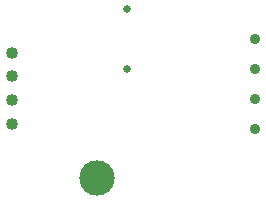
<source format=gbr>
G04 DesignSpark PCB Gerber Version 10.0 Build 5299*
G04 #@! TF.Part,Single*
G04 #@! TF.FilePolarity,Positive*
%FSLAX35Y35*%
%MOIN*%
G04 #@! TA.AperFunction,ComponentDrill*
%ADD23C,0.02500*%
%ADD22C,0.03583*%
%ADD21C,0.04000*%
G04 #@! TA.AperFunction,MechanicalDrill*
%ADD20C,0.11811*%
G04 #@! TD.AperFunction*
X0Y0D02*
D02*
D20*
X90250Y41500D03*
D02*
D21*
X61894Y59502D03*
Y67376D03*
Y75250D03*
Y83124D03*
D02*
D22*
X142750Y57750D03*
Y67750D03*
Y77750D03*
Y87750D03*
D02*
D23*
X100250Y77750D03*
Y97750D03*
X0Y0D02*
M02*

</source>
